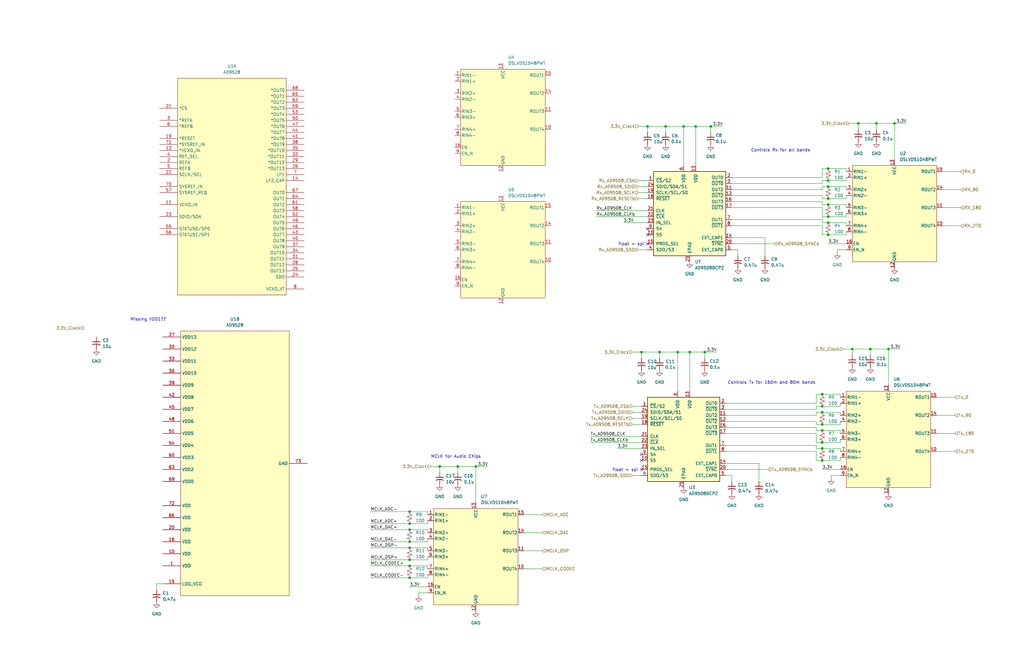
<source format=kicad_sch>
(kicad_sch (version 20250114) (generator "eeschema") (generator_version "9.0")
  (paper "B")
  (title_block (title "Clock Tree") (date "2025-12-31") (rev "0.0") (company "Andy McCann KA3KAF and Doug McCann KA3KAG"))
  (lib_symbols
    (symbol "Device:C_Small_US" (pin_numbers (hide yes)) (pin_names (offset 0.254) (hide yes))
      (property "Reference" "C" (at 0.254 1.778 0))
      (property "Value" "C_Small_US" (at 0.254 -2.032 0))
      (symbol "C_Small_US_0_1"
        (polyline (pts (xy -1.524 0.508) (xy 1.524 0.508)) (stroke (width 0.3048)))
        (arc (start -1.524 -0.762) (mid 0 -0.3734) (end 1.524 -0.762) (stroke (width 0.3048)))
      )
      (symbol "C_Small_US_1_1"
        (pin passive line (at 0 2.54 270) (length 2.032) (name "~") (number "1"))
        (pin passive line (at 0 -2.54 90) (length 2.032) (name "~") (number "2"))
      )
    )
    (symbol "Device:R_Small_US" (pin_numbers (hide yes)) (pin_names (offset 0.254) (hide yes))
      (property "Reference" "R" (at 0.762 0.508 0))
      (property "Value" "R_Small_US" (at 0.762 -1.016 0))
      (symbol "R_Small_US_1_1"
        (polyline (pts (xy 0 1.524) (xy 1.016 1.143) (xy 0 0.762) (xy -1.016 0.381) (xy 0 0)))
        (polyline (pts (xy 0 0) (xy 1.016 -0.381) (xy 0 -0.762) (xy -1.016 -1.143) (xy 0 -1.524)))
        (pin passive line (at 0 2.54 270) (length 1.016) (name "~") (number "1"))
        (pin passive line (at 0 -2.54 90) (length 1.016) (name "~") (number "2"))
      )
    )
    (symbol "nzif_radio_symbol_library:AD9508BCPZ" (pin_names (offset 1.016))
      (property "Reference" "U" (at 0 19.05 0))
      (property "Value" "AD9508BCPZ" (at 0 -19.05 0))
      (symbol "AD9508BCPZ_0_1"
        (rectangle (start -15.24 17.78) (end 15.24 -17.78) (stroke (width 0.254)) (fill (type background)))
      )
      (symbol "AD9508BCPZ_1_1"
        (pin input line (at -17.78 13.97 0) (length 2.54) (name "~{CS}/S2") (number "1"))
        (pin bidirectional line (at -17.78 11.43 0) (length 2.54) (name "SDIO/SDA/S1") (number "24"))
        (pin input line (at -17.78 8.89 0) (length 2.54) (name "SCLK/SCL/S0") (number "19"))
        (pin input line (at -17.78 6.35 0) (length 2.54) (name "~{RESET}") (number "18"))
        (pin input line (at -17.78 1.27 0) (length 2.54) (name "CLK") (number "21"))
        (pin input line (at -17.78 -1.27 0) (length 2.54) (name "~{CLK}") (number "22"))
        (pin input line (at -17.78 -3.81 0) (length 2.54) (name "IN_SEL") (number "23"))
        (pin input line (at -17.78 -6.35 0) (length 2.54) (name "S4") (number "9"))
        (pin input line (at -17.78 -8.89 0) (length 2.54) (name "S5") (number "10"))
        (pin input line (at -17.78 -12.7 0) (length 2.54) (name "PROG_SEL") (number "15"))
        (pin output line (at -17.78 -15.24 0) (length 2.54) (name "SDO/S3") (number "4"))
        (pin power_in line (at -2.54 20.32 270) (length 2.54) (name "VDD") (number "6"))
        (pin passive line (at 0 -20.32 90) (length 2.54) (name "EPAD") (number "25"))
        (pin power_in line (at 2.54 20.32 270) (length 2.54) (name "VDD") (number "13"))
        (pin output line (at 17.78 15.24 180) (length 2.54) (name "OUT0") (number "2"))
        (pin output line (at 17.78 12.7 180) (length 2.54) (name "~{OUT0}") (number "3"))
        (pin output line (at 17.78 10.16 180) (length 2.54) (name "OUT2") (number "11"))
        (pin output line (at 17.78 7.62 180) (length 2.54) (name "~{OUT2}") (number "12"))
        (pin output line (at 17.78 5.08 180) (length 2.54) (name "OUT3") (number "16"))
        (pin output line (at 17.78 2.54 180) (length 2.54) (name "~{OUT3}") (number "17"))
        (pin output line (at 17.78 -2.54 180) (length 2.54) (name "OUT1") (number "7"))
        (pin output line (at 17.78 -5.08 180) (length 2.54) (name "~{OUT1}") (number "8"))
        (pin passive line (at 17.78 -10.16 180) (length 2.54) (name "EXT_CAP1") (number "14"))
        (pin output line (at 17.78 -12.7 180) (length 2.54) (name "~{SYNC}") (number "20"))
        (pin passive line (at 17.78 -15.24 180) (length 2.54) (name "EXT_CAP0") (number "5"))
      )
    )
    (symbol "nzif_radio_symbol_library:AD9528"
      (property "Reference" "U" (at 0 55.88 0))
      (property "Value" "AD9528" (at 0 48.26 0))
      (symbol "AD9528_1_1"
        (rectangle (start -22.86 45.72) (end 22.86 -45.72) (fill (type background)))
        (pin input line (at -30.48 33.02 0) (length 7.62) (name "*CS") (number "21"))
        (pin input line (at -30.48 27.94 0) (length 7.62) (name "*REFA") (number "3"))
        (pin input line (at -30.48 25.4 0) (length 7.62) (name "*REFB") (number "6"))
        (pin input line (at -30.48 20.32 0) (length 7.62) (name "*RESET") (number "19"))
        (pin input line (at -30.48 17.78 0) (length 7.62) (name "*SYSREF_IN") (number "71"))
        (pin input line (at -30.48 15.24 0) (length 7.62) (name "*VCXO_IN") (number "12"))
        (pin input line (at -30.48 12.7 0) (length 7.62) (name "REF_SEL") (number "4"))
        (pin input line (at -30.48 10.16 0) (length 7.62) (name "REFA") (number "2"))
        (pin input line (at -30.48 7.62 0) (length 7.62) (name "REFB") (number "5"))
        (pin input line (at -30.48 5.08 0) (length 7.62) (name "SCLK/SCL") (number "22"))
        (pin input line (at -30.48 0 0) (length 7.62) (name "SYSREF_IN") (number "70"))
        (pin input line (at -30.48 -2.54 0) (length 7.62) (name "SYSREF_REQ") (number "57"))
        (pin input line (at -30.48 -7.62 0) (length 7.62) (name "VCXO_IN") (number "11"))
        (pin bidirectional line (at -30.48 -12.7 0) (length 7.62) (name "SDIO/SDA") (number "23"))
        (pin bidirectional line (at -30.48 -17.78 0) (length 7.62) (name "STATUS0/SP0") (number "55"))
        (pin bidirectional line (at -30.48 -20.32 0) (length 7.62) (name "STATUS1/SP1") (number "56"))
        (pin output line (at 30.48 40.64 180) (length 7.62) (name "*OUT0") (number "68"))
        (pin output line (at 30.48 38.1 180) (length 7.62) (name "*OUT1") (number "65"))
        (pin output line (at 30.48 35.56 180) (length 7.62) (name "*OUT2") (number "62"))
        (pin output line (at 30.48 33.02 180) (length 7.62) (name "*OUT3") (number "59"))
        (pin output line (at 30.48 30.48 180) (length 7.62) (name "*OUT4") (number "53"))
        (pin output line (at 30.48 27.94 180) (length 7.62) (name "*OUT5") (number "50"))
        (pin output line (at 30.48 25.4 180) (length 7.62) (name "*OUT6") (number "47"))
        (pin output line (at 30.48 22.86 180) (length 7.62) (name "*OUT7") (number "44"))
        (pin output line (at 30.48 20.32 180) (length 7.62) (name "*OUT8") (number "41"))
        (pin output line (at 30.48 17.78 180) (length 7.62) (name "*OUT9") (number "38"))
        (pin output line (at 30.48 15.24 180) (length 7.62) (name "*OUT10") (number "35"))
        (pin output line (at 30.48 12.7 180) (length 7.62) (name "*OUT11") (number "32"))
        (pin output line (at 30.48 10.16 180) (length 7.62) (name "*OUT12") (number "29"))
        (pin output line (at 30.48 7.62 180) (length 7.62) (name "*OUT13") (number "26"))
        (pin output line (at 30.48 5.08 180) (length 7.62) (name "LF1") (number "7"))
        (pin output line (at 30.48 2.54 180) (length 7.62) (name "LF2_CAP") (number "14"))
        (pin output line (at 30.48 -2.54 180) (length 7.62) (name "OUT0") (number "67"))
        (pin output line (at 30.48 -5.08 180) (length 7.62) (name "OUT1") (number "64"))
        (pin output line (at 30.48 -7.62 180) (length 7.62) (name "OUT2") (number "61"))
        (pin output line (at 30.48 -10.16 180) (length 7.62) (name "OUT3") (number "58"))
        (pin output line (at 30.48 -12.7 180) (length 7.62) (name "OUT4") (number "52"))
        (pin output line (at 30.48 -15.24 180) (length 7.62) (name "OUT5") (number "49"))
        (pin output line (at 30.48 -17.78 180) (length 7.62) (name "OUT6") (number "46"))
        (pin output line (at 30.48 -20.32 180) (length 7.62) (name "OUT7") (number "43"))
        (pin output line (at 30.48 -22.86 180) (length 7.62) (name "OUT8") (number "40"))
        (pin output line (at 30.48 -25.4 180) (length 7.62) (name "OUT9") (number "37"))
        (pin output line (at 30.48 -27.94 180) (length 7.62) (name "OUT10") (number "34"))
        (pin output line (at 30.48 -30.48 180) (length 7.62) (name "OUT11") (number "31"))
        (pin output line (at 30.48 -33.02 180) (length 7.62) (name "OUT12") (number "28"))
        (pin output line (at 30.48 -35.56 180) (length 7.62) (name "OUT13") (number "25"))
        (pin output line (at 30.48 -38.1 180) (length 7.62) (name "SDO") (number "24"))
        (pin output line (at 30.48 -43.18 180) (length 7.62) (name "VCXO_VT") (number "8"))
      )
      (symbol "AD9528_2_1"
        (rectangle (start -55.88 22.86) (end 55.88 -22.86) (fill (type background)))
        (pin no_connect line (at -63.5 2.54 0) (length 7.62) (hide yes) (name "NIC") (number "9"))
        (pin no_connect line (at -63.5 0 0) (length 7.62) (hide yes) (name "NIC") (number "13"))
        (pin no_connect line (at -63.5 -2.54 0) (length 7.62) (hide yes) (name "NIC") (number "17"))
        (pin no_connect line (at -63.5 -5.08 0) (length 7.62) (hide yes) (name "NIC") (number "18"))
        (pin power_in line (at -50.8 30.48 270) (length 7.62) (name "LDO_VCO") (number "15"))
        (pin power_in line (at -43.18 30.48 270) (length 7.62) (name "VDD") (number "1"))
        (pin power_in line (at -38.1 30.48 270) (length 7.62) (name "VDD") (number "10"))
        (pin power_in line (at -33.02 30.48 270) (length 7.62) (name "VDD") (number "16"))
        (pin power_in line (at -27.94 30.48 270) (length 7.62) (name "VDD") (number "20"))
        (pin power_in line (at -22.86 30.48 270) (length 7.62) (name "VDD") (number "66"))
        (pin power_in line (at -17.78 30.48 270) (length 7.62) (name "VDD") (number "72"))
        (pin power_in line (at -7.62 30.48 270) (length 7.62) (name "VDD0") (number "69"))
        (pin power_in line (at -2.54 30.48 270) (length 7.62) (name "VDD2") (number "63"))
        (pin power_out line (at 0 -30.48 90) (length 7.62) (name "GND") (number "73"))
        (pin power_in line (at 2.54 30.48 270) (length 7.62) (name "VDD3") (number "60"))
        (pin power_in line (at 7.62 30.48 270) (length 7.62) (name "VDD4") (number "54"))
        (pin power_in line (at 12.7 30.48 270) (length 7.62) (name "VDD5") (number "51"))
        (pin power_in line (at 17.78 30.48 270) (length 7.62) (name "VDD6") (number "48"))
        (pin power_in line (at 22.86 30.48 270) (length 7.62) (name "VDD7") (number "45"))
        (pin power_in line (at 27.94 30.48 270) (length 7.62) (name "VDD8") (number "42"))
        (pin power_in line (at 33.02 30.48 270) (length 7.62) (name "VDD9") (number "39"))
        (pin power_in line (at 38.1 30.48 270) (length 7.62) (name "VDD10") (number "36"))
        (pin power_in line (at 43.18 30.48 270) (length 7.62) (name "VDD11") (number "33"))
        (pin power_in line (at 48.26 30.48 270) (length 7.62) (name "VDD12") (number "30"))
        (pin power_in line (at 53.34 30.48 270) (length 7.62) (name "VDD13") (number "27"))
      )
    )
    (symbol "nzif_radio_symbol_library:DSLVDS1048PWT" (pin_names (offset 0.254))
      (property "Reference" "U" (at 0 22.86 0))
      (property "Value" "DSLVDS1048PWT" (at 0 -22.86 0))
      (symbol "DSLVDS1048PWT_1_1"
        (rectangle (start -17.78 20.32) (end 17.78 -20.32) (fill (type background)))
        (pin input line (at -20.32 17.78 0) (length 2.54) (name "RIN1-") (number "1"))
        (pin input line (at -20.32 15.24 0) (length 2.54) (name "RIN1+") (number "2"))
        (pin input line (at -20.32 10.16 0) (length 2.54) (name "RIN2+") (number "3"))
        (pin input line (at -20.32 7.62 0) (length 2.54) (name "RIN2-") (number "4"))
        (pin input line (at -20.32 2.54 0) (length 2.54) (name "RIN3-") (number "5"))
        (pin input line (at -20.32 0 0) (length 2.54) (name "RIN3+") (number "6"))
        (pin input line (at -20.32 -5.08 0) (length 2.54) (name "RIN4+") (number "7"))
        (pin input line (at -20.32 -7.62 0) (length 2.54) (name "RIN4-") (number "8"))
        (pin input line (at -20.32 -12.7 0) (length 2.54) (name "EN") (number "16"))
        (pin input line (at -20.32 -15.24 0) (length 2.54) (name "EN_N") (number "9"))
        (pin power_in line (at 0 22.86 270) (length 2.54) (name "VCC") (number "13"))
        (pin power_in line (at 0 -22.86 90) (length 2.54) (name "GND") (number "12"))
        (pin output line (at 20.32 17.78 180) (length 2.54) (name "ROUT1") (number "15"))
        (pin output line (at 20.32 10.16 180) (length 2.54) (name "ROUT2") (number "14"))
        (pin output line (at 20.32 2.54 180) (length 2.54) (name "ROUT3") (number "11"))
        (pin output line (at 20.32 -5.08 180) (length 2.54) (name "ROUT4") (number "10"))
      )
    )
    (symbol "power:GND" (power) (pin_numbers (hide yes)) (pin_names (offset 0) (hide yes))
      (property "Value" "GND" (at 0 -3.81 0))
      (symbol "GND_0_1"
        (polyline (pts (xy 0 0) (xy 0 -1.27) (xy 1.27 -1.27) (xy 0 -2.54) (xy -1.27 -1.27) (xy 0 -1.27)))
      )
      (symbol "GND_1_1"
        (pin power_in line (at 0 0 270) (length 0) (name "~") (number "1"))
      )
    )
  )
  (text "MCLK for Audio Chips" (at 192.278 192.786 0) (effects (font (size 1.27 1.27))))
  (text "Controls Rx for all bands" (at 329.184 63.5 0) (effects (font (size 1.27 1.27))))
  (text "float = spi" (at 263.652 198.374 0) (effects (font (size 1.27 1.27))))
  (text "Missing VDD1??" (at 62.484 134.874 0) (effects (font (size 1.27 1.27))))
  (text "float = spi" (at 266.192 103.124 0) (effects (font (size 1.27 1.27))))
  (text "Controls Tx for 160m and 80m bands" (at 325.374 161.544 0) (effects (font (size 1.27 1.27))))
  (junction (at 349.25 78.74))
  (junction (at 273.05 53.34))
  (junction (at 172.72 228.6))
  (junction (at 172.72 238.76))
  (junction (at 346.71 173.99))
  (junction (at 367.03 147.32))
  (junction (at 346.71 179.07))
  (junction (at 293.37 53.34))
  (junction (at 349.25 93.98))
  (junction (at 193.04 196.85))
  (junction (at 346.71 171.45))
  (junction (at 172.72 215.9))
  (junction (at 200.66 196.85))
  (junction (at 349.25 83.82))
  (junction (at 346.71 166.37))
  (junction (at 280.67 53.34))
  (junction (at 288.29 53.34))
  (junction (at 349.25 71.12))
  (junction (at 346.71 189.23))
  (junction (at 349.25 99.06))
  (junction (at 369.57 52.07))
  (junction (at 278.13 148.59))
  (junction (at 346.71 194.31))
  (junction (at 270.51 148.59))
  (junction (at 172.72 220.98))
  (junction (at 349.25 91.44))
  (junction (at 374.65 147.32))
  (junction (at 172.72 223.52))
  (junction (at 349.25 76.2))
  (junction (at 290.83 148.59))
  (junction (at 299.72 53.34))
  (junction (at 346.71 186.69))
  (junction (at 349.25 86.36))
  (junction (at 172.72 231.14))
  (junction (at 172.72 243.84))
  (junction (at 359.41 147.32))
  (junction (at 285.75 148.59))
  (junction (at 346.71 181.61))
  (junction (at 377.19 52.07))
  (junction (at 185.42 196.85))
  (junction (at 361.95 52.07))
  (junction (at 172.72 236.22))
  (junction (at 297.18 148.59))
  (no_connect (at 273.05 102.87))
  (no_connect (at 273.05 96.52))
  (no_connect (at 270.51 194.31))
  (no_connect (at 270.51 198.12))
  (no_connect (at 273.05 99.06))
  (no_connect (at 270.51 191.77))
  (wire (pts (xy 156.21 231.14) (xy 172.72 231.14)))
  (wire (pts (xy 308.61 95.25) (xy 346.71 95.25)))
  (wire (pts (xy 306.07 182.88) (xy 344.17 182.88)))
  (wire (pts (xy 220.98 240.03) (xy 228.6 240.03)))
  (wire (pts (xy 344.17 190.5) (xy 344.17 194.31)))
  (wire (pts (xy 156.21 223.52) (xy 172.72 223.52)))
  (wire (pts (xy 180.34 228.6) (xy 180.34 227.33)))
  (wire (pts (xy 346.71 78.74) (xy 349.25 78.74)))
  (wire (pts (xy 266.7 179.07) (xy 270.51 179.07)))
  (wire (pts (xy 269.24 83.82) (xy 273.05 83.82)))
  (wire (pts (xy 297.18 148.59) (xy 302.26 148.59)))
  (wire (pts (xy 349.25 71.12) (xy 356.87 71.12)))
  (wire (pts (xy 156.21 228.6) (xy 172.72 228.6)))
  (wire (pts (xy 369.57 52.07) (xy 377.19 52.07)))
  (wire (pts (xy 270.51 148.59) (xy 278.13 148.59)))
  (wire (pts (xy 181.61 196.85) (xy 185.42 196.85)))
  (wire (pts (xy 397.51 95.25) (xy 405.13 95.25)))
  (wire (pts (xy 180.34 243.84) (xy 180.34 242.57)))
  (wire (pts (xy 356.87 71.12) (xy 356.87 72.39)))
  (wire (pts (xy 354.33 179.07) (xy 354.33 177.8)))
  (wire (pts (xy 269.24 78.74) (xy 273.05 78.74)))
  (wire (pts (xy 377.19 52.07) (xy 382.27 52.07)))
  (wire (pts (xy 346.71 181.61) (xy 354.33 181.61)))
  (wire (pts (xy 346.71 99.06) (xy 349.25 99.06)))
  (wire (pts (xy 359.41 147.32) (xy 367.03 147.32)))
  (wire (pts (xy 394.97 190.5) (xy 402.59 190.5)))
  (wire (pts (xy 344.17 182.88) (xy 344.17 186.69)))
  (wire (pts (xy 280.67 53.34) (xy 288.29 53.34)))
  (wire (pts (xy 248.92 186.69) (xy 270.51 186.69)))
  (wire (pts (xy 185.42 196.85) (xy 185.42 199.39)))
  (wire (pts (xy 285.75 148.59) (xy 285.75 165.1)))
  (wire (pts (xy 353.06 105.41) (xy 353.06 106.68)))
  (wire (pts (xy 356.87 76.2) (xy 356.87 74.93)))
  (wire (pts (xy 185.42 196.85) (xy 193.04 196.85)))
  (wire (pts (xy 269.24 105.41) (xy 273.05 105.41)))
  (wire (pts (xy 346.71 95.25) (xy 346.71 99.06)))
  (wire (pts (xy 394.97 175.26) (xy 402.59 175.26)))
  (wire (pts (xy 344.17 170.18) (xy 344.17 166.37)))
  (wire (pts (xy 306.07 195.58) (xy 320.04 195.58)))
  (wire (pts (xy 308.61 102.87) (xy 326.39 102.87)))
  (wire (pts (xy 68.58 246.38) (xy 66.04 246.38)))
  (wire (pts (xy 349.25 102.87) (xy 356.87 102.87)))
  (wire (pts (xy 306.07 190.5) (xy 344.17 190.5)))
  (wire (pts (xy 260.35 189.23) (xy 270.51 189.23)))
  (wire (pts (xy 346.71 179.07) (xy 354.33 179.07)))
  (wire (pts (xy 397.51 87.63) (xy 405.13 87.63)))
  (wire (pts (xy 346.71 93.98) (xy 349.25 93.98)))
  (wire (pts (xy 306.07 172.72) (xy 344.17 172.72)))
  (wire (pts (xy 356.87 105.41) (xy 353.06 105.41)))
  (wire (pts (xy 344.17 189.23) (xy 346.71 189.23)))
  (wire (pts (xy 367.03 147.32) (xy 374.65 147.32)))
  (wire (pts (xy 354.33 173.99) (xy 354.33 175.26)))
  (wire (pts (xy 266.7 171.45) (xy 270.51 171.45)))
  (wire (pts (xy 156.21 220.98) (xy 172.72 220.98)))
  (wire (pts (xy 308.61 74.93) (xy 346.71 74.93)))
  (wire (pts (xy 269.24 53.34) (xy 273.05 53.34)))
  (wire (pts (xy 172.72 247.65) (xy 180.34 247.65)))
  (wire (pts (xy 344.17 186.69) (xy 346.71 186.69)))
  (wire (pts (xy 297.18 148.59) (xy 297.18 151.13)))
  (wire (pts (xy 251.46 91.44) (xy 273.05 91.44)))
  (wire (pts (xy 66.04 246.38) (xy 66.04 248.92)))
  (wire (pts (xy 308.61 92.71) (xy 346.71 92.71)))
  (wire (pts (xy 349.25 86.36) (xy 356.87 86.36)))
  (wire (pts (xy 354.33 171.45) (xy 354.33 170.18)))
  (wire (pts (xy 344.17 166.37) (xy 346.71 166.37)))
  (wire (pts (xy 248.92 184.15) (xy 270.51 184.15)))
  (wire (pts (xy 355.6 147.32) (xy 359.41 147.32)))
  (wire (pts (xy 346.71 86.36) (xy 349.25 86.36)))
  (wire (pts (xy 306.07 198.12) (xy 323.85 198.12)))
  (wire (pts (xy 266.7 176.53) (xy 270.51 176.53)))
  (wire (pts (xy 354.33 181.61) (xy 354.33 182.88)))
  (wire (pts (xy 344.17 194.31) (xy 346.71 194.31)))
  (wire (pts (xy 359.41 147.32) (xy 359.41 149.86)))
  (wire (pts (xy 346.71 189.23) (xy 354.33 189.23)))
  (wire (pts (xy 374.65 147.32) (xy 379.73 147.32)))
  (wire (pts (xy 346.71 74.93) (xy 346.71 71.12)))
  (wire (pts (xy 361.95 52.07) (xy 361.95 54.61)))
  (wire (pts (xy 346.71 77.47) (xy 346.71 76.2)))
  (wire (pts (xy 344.17 187.96) (xy 344.17 189.23)))
  (wire (pts (xy 344.17 177.8) (xy 344.17 179.07)))
  (wire (pts (xy 349.25 93.98) (xy 356.87 93.98)))
  (wire (pts (xy 299.72 53.34) (xy 304.8 53.34)))
  (wire (pts (xy 397.51 72.39) (xy 405.13 72.39)))
  (wire (pts (xy 293.37 53.34) (xy 293.37 69.85)))
  (wire (pts (xy 290.83 148.59) (xy 290.83 165.1)))
  (wire (pts (xy 377.19 52.07) (xy 377.19 67.31)))
  (wire (pts (xy 306.07 180.34) (xy 344.17 180.34)))
  (wire (pts (xy 251.46 88.9) (xy 273.05 88.9)))
  (wire (pts (xy 180.34 238.76) (xy 180.34 240.03)))
  (wire (pts (xy 288.29 53.34) (xy 288.29 69.85)))
  (wire (pts (xy 306.07 177.8) (xy 344.17 177.8)))
  (wire (pts (xy 308.61 105.41) (xy 311.15 105.41)))
  (wire (pts (xy 349.25 76.2) (xy 356.87 76.2)))
  (wire (pts (xy 349.25 78.74) (xy 356.87 78.74)))
  (wire (pts (xy 346.71 92.71) (xy 346.71 93.98)))
  (wire (pts (xy 220.98 217.17) (xy 228.6 217.17)))
  (wire (pts (xy 344.17 179.07) (xy 346.71 179.07)))
  (wire (pts (xy 308.61 77.47) (xy 346.71 77.47)))
  (wire (pts (xy 266.7 148.59) (xy 270.51 148.59)))
  (wire (pts (xy 354.33 194.31) (xy 354.33 193.04)))
  (wire (pts (xy 344.17 175.26) (xy 344.17 173.99)))
  (wire (pts (xy 308.61 80.01) (xy 346.71 80.01)))
  (wire (pts (xy 394.97 167.64) (xy 402.59 167.64)))
  (wire (pts (xy 156.21 215.9) (xy 172.72 215.9)))
  (wire (pts (xy 346.71 71.12) (xy 349.25 71.12)))
  (wire (pts (xy 346.71 76.2) (xy 349.25 76.2)))
  (wire (pts (xy 200.66 196.85) (xy 205.74 196.85)))
  (wire (pts (xy 344.17 181.61) (xy 346.71 181.61)))
  (wire (pts (xy 374.65 147.32) (xy 374.65 162.56)))
  (wire (pts (xy 306.07 170.18) (xy 344.17 170.18)))
  (wire (pts (xy 354.33 200.66) (xy 350.52 200.66)))
  (wire (pts (xy 361.95 52.07) (xy 369.57 52.07)))
  (wire (pts (xy 156.21 243.84) (xy 172.72 243.84)))
  (wire (pts (xy 193.04 196.85) (xy 193.04 199.39)))
  (wire (pts (xy 280.67 53.34) (xy 280.67 55.88)))
  (wire (pts (xy 346.71 83.82) (xy 349.25 83.82)))
  (wire (pts (xy 356.87 99.06) (xy 356.87 97.79)))
  (wire (pts (xy 346.71 171.45) (xy 354.33 171.45)))
  (wire (pts (xy 180.34 236.22) (xy 180.34 234.95)))
  (wire (pts (xy 394.97 182.88) (xy 402.59 182.88)))
  (wire (pts (xy 346.71 173.99) (xy 354.33 173.99)))
  (wire (pts (xy 306.07 187.96) (xy 344.17 187.96)))
  (wire (pts (xy 172.72 220.98) (xy 180.34 220.98)))
  (wire (pts (xy 311.15 105.41) (xy 311.15 107.95)))
  (wire (pts (xy 308.61 200.66) (xy 308.61 203.2)))
  (wire (pts (xy 176.53 250.19) (xy 176.53 251.46)))
  (wire (pts (xy 273.05 53.34) (xy 273.05 55.88)))
  (wire (pts (xy 356.87 93.98) (xy 356.87 95.25)))
  (wire (pts (xy 172.72 236.22) (xy 180.34 236.22)))
  (wire (pts (xy 156.21 238.76) (xy 172.72 238.76)))
  (wire (pts (xy 356.87 78.74) (xy 356.87 80.01)))
  (wire (pts (xy 180.34 220.98) (xy 180.34 219.71)))
  (wire (pts (xy 354.33 166.37) (xy 354.33 167.64)))
  (wire (pts (xy 356.87 91.44) (xy 356.87 90.17)))
  (wire (pts (xy 346.71 186.69) (xy 354.33 186.69)))
  (wire (pts (xy 344.17 172.72) (xy 344.17 171.45)))
  (wire (pts (xy 344.17 171.45) (xy 346.71 171.45)))
  (wire (pts (xy 172.72 238.76) (xy 180.34 238.76)))
  (wire (pts (xy 172.72 243.84) (xy 180.34 243.84)))
  (wire (pts (xy 293.37 53.34) (xy 299.72 53.34)))
  (wire (pts (xy 308.61 82.55) (xy 346.71 82.55)))
  (wire (pts (xy 180.34 223.52) (xy 180.34 224.79)))
  (wire (pts (xy 346.71 85.09) (xy 346.71 86.36)))
  (wire (pts (xy 273.05 53.34) (xy 280.67 53.34)))
  (wire (pts (xy 172.72 228.6) (xy 180.34 228.6)))
  (wire (pts (xy 306.07 200.66) (xy 308.61 200.66)))
  (wire (pts (xy 308.61 87.63) (xy 346.71 87.63)))
  (wire (pts (xy 346.71 91.44) (xy 349.25 91.44)))
  (wire (pts (xy 346.71 87.63) (xy 346.71 91.44)))
  (wire (pts (xy 344.17 173.99) (xy 346.71 173.99)))
  (wire (pts (xy 180.34 215.9) (xy 180.34 217.17)))
  (wire (pts (xy 349.25 99.06) (xy 356.87 99.06)))
  (wire (pts (xy 266.7 200.66) (xy 270.51 200.66)))
  (wire (pts (xy 356.87 83.82) (xy 356.87 82.55)))
  (wire (pts (xy 290.83 148.59) (xy 297.18 148.59)))
  (wire (pts (xy 346.71 80.01) (xy 346.71 78.74)))
  (wire (pts (xy 367.03 147.32) (xy 367.03 149.86)))
  (wire (pts (xy 172.72 223.52) (xy 180.34 223.52)))
  (wire (pts (xy 320.04 195.58) (xy 320.04 203.2)))
  (wire (pts (xy 346.71 82.55) (xy 346.71 83.82)))
  (wire (pts (xy 349.25 91.44) (xy 356.87 91.44)))
  (wire (pts (xy 350.52 200.66) (xy 350.52 201.93)))
  (wire (pts (xy 220.98 232.41) (xy 228.6 232.41)))
  (wire (pts (xy 346.71 198.12) (xy 354.33 198.12)))
  (wire (pts (xy 346.71 166.37) (xy 354.33 166.37)))
  (wire (pts (xy 308.61 100.33) (xy 322.58 100.33)))
  (wire (pts (xy 172.72 215.9) (xy 180.34 215.9)))
  (wire (pts (xy 266.7 173.99) (xy 270.51 173.99)))
  (wire (pts (xy 354.33 186.69) (xy 354.33 185.42)))
  (wire (pts (xy 262.89 93.98) (xy 273.05 93.98)))
  (wire (pts (xy 200.66 196.85) (xy 200.66 212.09)))
  (wire (pts (xy 180.34 231.14) (xy 180.34 232.41)))
  (wire (pts (xy 308.61 85.09) (xy 346.71 85.09)))
  (wire (pts (xy 356.87 86.36) (xy 356.87 87.63)))
  (wire (pts (xy 344.17 180.34) (xy 344.17 181.61)))
  (wire (pts (xy 285.75 148.59) (xy 290.83 148.59)))
  (wire (pts (xy 180.34 250.19) (xy 176.53 250.19)))
  (wire (pts (xy 278.13 148.59) (xy 278.13 151.13)))
  (wire (pts (xy 193.04 196.85) (xy 200.66 196.85)))
  (wire (pts (xy 322.58 100.33) (xy 322.58 107.95)))
  (wire (pts (xy 220.98 224.79) (xy 228.6 224.79)))
  (wire (pts (xy 369.57 52.07) (xy 369.57 54.61)))
  (wire (pts (xy 278.13 148.59) (xy 285.75 148.59)))
  (wire (pts (xy 358.14 52.07) (xy 361.95 52.07)))
  (wire (pts (xy 397.51 80.01) (xy 405.13 80.01)))
  (wire (pts (xy 288.29 53.34) (xy 293.37 53.34)))
  (wire (pts (xy 156.21 236.22) (xy 172.72 236.22)))
  (wire (pts (xy 349.25 83.82) (xy 356.87 83.82)))
  (wire (pts (xy 299.72 53.34) (xy 299.72 55.88)))
  (wire (pts (xy 269.24 76.2) (xy 273.05 76.2)))
  (wire (pts (xy 270.51 148.59) (xy 270.51 151.13)))
  (wire (pts (xy 354.33 189.23) (xy 354.33 190.5)))
  (wire (pts (xy 269.24 81.28) (xy 273.05 81.28)))
  (wire (pts (xy 346.71 194.31) (xy 354.33 194.31)))
  (wire (pts (xy 306.07 175.26) (xy 344.17 175.26)))
  (wire (pts (xy 172.72 231.14) (xy 180.34 231.14)))
  (label "MCLK_DSP+" (at 156.21 236.22 0))
  (label "MCLK_DAC+" (at 156.21 223.52 0))
  (label "MCLK_DSP-" (at 156.21 231.14 0))
  (label "3.3V" (at 302.26 148.59 180))
  (label "3.3V" (at 349.25 102.87 0))
  (label "Tx_AD9508_CLKb" (at 248.92 186.69 0))
  (label "Tx_AD9508_CLK" (at 248.92 184.15 0))
  (label "Rx_AD9508_CLKb" (at 251.46 91.44 0))
  (label "MCLK_CODEC+" (at 156.21 238.76 0))
  (label "3.3V" (at 205.74 196.85 180))
  (label "Rx_AD9508_CLK" (at 251.46 88.9 0))
  (label "3.3V" (at 172.72 247.65 0))
  (label "3.3V" (at 262.89 93.98 0))
  (label "3.3V" (at 304.8 53.34 180))
  (label "3.3V" (at 379.73 147.32 180))
  (label "3.3V" (at 346.71 198.12 0))
  (label "MCLK_ADC-" (at 156.21 215.9 0))
  (label "MCLK_CODEC-" (at 156.21 243.84 0))
  (label "MCLK_ADC+" (at 156.21 220.98 0))
  (label "3.3V" (at 382.27 52.07 180))
  (label "MCLK_DAC-" (at 156.21 228.6 0))
  (label "3.3V" (at 260.35 189.23 0))
  (hierarchical_label "3.3V_Clock" (shape input) (at 35.56 138.43 180))
  (hierarchical_label "3.3V_Clock" (shape input) (at 355.6 147.32 180))
  (hierarchical_label "Rx_AD9508_SDIO" (shape input) (at 269.24 78.74 180))
  (hierarchical_label "Rx_AD9508_SCLK" (shape input) (at 269.24 81.28 180))
  (hierarchical_label "Rx_AD9508_RESETb" (shape input) (at 269.24 83.82 180))
  (hierarchical_label "RX_0" (shape input) (at 405.13 72.39 0))
  (hierarchical_label "Tx_AD9508_SYNCb" (shape input) (at 323.85 198.12 0))
  (hierarchical_label "RX_270" (shape input) (at 405.13 95.25 0))
  (hierarchical_label "Rx_AD9508_SYNCb" (shape input) (at 326.39 102.87 0))
  (hierarchical_label "Rx_AD9508_CSb" (shape input) (at 269.24 76.2 180))
  (hierarchical_label "MCLK_DAC" (shape input) (at 228.6 224.79 0))
  (hierarchical_label "3.3V_Clock" (shape input) (at 181.61 196.85 180))
  (hierarchical_label "MCLK_DSP" (shape input) (at 228.6 232.41 0))
  (hierarchical_label "3.3V_Clock" (shape input) (at 269.24 53.34 180))
  (hierarchical_label "Rx_AD9508_SDO" (shape input) (at 269.24 105.41 180))
  (hierarchical_label "MCLK_CODEC" (shape input) (at 228.6 240.03 0))
  (hierarchical_label "RX_180" (shape input) (at 405.13 87.63 0))
  (hierarchical_label "RX_90" (shape input) (at 405.13 80.01 0))
  (hierarchical_label "Tx_AD9508_CSb" (shape input) (at 266.7 171.45 180))
  (hierarchical_label "Tx_AD9508_SCLK" (shape input) (at 266.7 176.53 180))
  (hierarchical_label "Tx_270" (shape input) (at 402.59 190.5 0))
  (hierarchical_label "MCLK_ADC" (shape input) (at 228.6 217.17 0))
  (hierarchical_label "3.3V_Clock" (shape input) (at 358.14 52.07 180))
  (hierarchical_label "Tx_180" (shape input) (at 402.59 182.88 0))
  (hierarchical_label "3.3V_Clock" (shape input) (at 266.7 148.59 180))
  (hierarchical_label "Tx_90" (shape input) (at 402.59 175.26 0))
  (hierarchical_label "Tx_AD9508_SDIO" (shape input) (at 266.7 173.99 180))
  (hierarchical_label "Tx_0" (shape input) (at 402.59 167.64 0))
  (hierarchical_label "Tx_AD9508_SDO" (shape input) (at 266.7 200.66 180))
  (hierarchical_label "Tx_AD9508_RESETb" (shape input) (at 266.7 179.07 180))
  (symbol (lib_id "Device:C_Small_US") (at 273.05 58.42 0) (unit 1)
    (property "Reference" "C5" (at 275.59 57.2769 0) (effects (justify left)))
    (property "Value" "10u" (at 275.59 59.8169 0) (effects (justify left)))
    (property "Footprint" "Capacitor_SMD:C_0603_1608Metric_Pad1.08x0.95mm_HandSolder" (effects (hide yes)))
    (property "Description" "capacitor, small US symbol" (effects (hide yes)))
  )
  (symbol (lib_id "power:GND") (at 290.83 110.49 0) (unit 1)
    (property "Reference" "#PWR011" (effects (hide yes)))
    (property "Value" "GND" (at 290.83 115.57 0))
    (property "Description" "Power symbol creates a global label with name \"GND\" , ground" (effects (hide yes)))
  )
  (symbol (lib_id "Device:R_Small_US") (at 172.72 233.68 180) (unit 1)
    (property "Reference" "R11" (at 175.26 232.4099 0) (effects (justify right)))
    (property "Value" "100" (at 175.26 234.9499 0) (effects (justify right)))
    (property "Footprint" "Resistor_SMD:R_0603_1608Metric_Pad0.98x0.95mm_HandSolder" (effects (hide yes)))
    (property "Description" "Resistor, small US symbol" (effects (hide yes)))
  )
  (symbol (lib_id "Device:R_Small_US") (at 346.71 168.91 180) (unit 1)
    (property "Reference" "R5" (at 349.25 167.6399 0) (effects (justify right)))
    (property "Value" "100" (at 349.25 170.1799 0) (effects (justify right)))
    (property "Footprint" "Resistor_SMD:R_0603_1608Metric_Pad0.98x0.95mm_HandSolder" (effects (hide yes)))
    (property "Description" "Resistor, small US symbol" (effects (hide yes)))
  )
  (symbol (lib_id "Device:C_Small_US") (at 299.72 58.42 0) (unit 1)
    (property "Reference" "C8" (at 301.752 57.15 0) (effects (justify left)))
    (property "Value" "0.1u" (at 301.752 59.69 0) (effects (justify left)))
    (property "Footprint" "Capacitor_SMD:C_0603_1608Metric_Pad1.08x0.95mm_HandSolder" (effects (hide yes)))
    (property "Description" "capacitor, small US symbol" (effects (hide yes)))
  )
  (symbol (lib_id "power:GND") (at 185.42 204.47 0) (unit 1)
    (property "Reference" "#PWR024" (effects (hide yes)))
    (property "Value" "GND" (at 185.42 209.55 0))
    (property "Description" "Power symbol creates a global label with name \"GND\" , ground" (effects (hide yes)))
  )
  (symbol (lib_id "Device:C_Small_US") (at 359.41 152.4 0) (unit 1)
    (property "Reference" "C15" (at 361.95 151.2569 0) (effects (justify left)))
    (property "Value" "10u" (at 361.95 153.7969 0) (effects (justify left)))
    (property "Footprint" "Capacitor_SMD:C_0603_1608Metric_Pad1.08x0.95mm_HandSolder" (effects (hide yes)))
    (property "Description" "capacitor, small US symbol" (effects (hide yes)))
  )
  (symbol (lib_id "power:GND") (at 353.06 106.68 0) (unit 1)
    (property "Reference" "#PWR05" (effects (hide yes)))
    (property "Value" "GND" (at 353.06 111.76 0))
    (property "Description" "Power symbol creates a global label with name \"GND\" , ground" (effects (hide yes)))
  )
  (symbol (lib_id "power:GND") (at 374.65 208.28 0) (unit 1)
    (property "Reference" "#PWR022" (effects (hide yes)))
    (property "Value" "GND" (at 374.65 213.36 0))
    (property "Description" "Power symbol creates a global label with name \"GND\" , ground" (effects (hide yes)))
  )
  (symbol (lib_id "power:GND") (at 270.51 156.21 0) (unit 1)
    (property "Reference" "#PWR013" (effects (hide yes)))
    (property "Value" "GND" (at 270.51 161.29 0))
    (property "Description" "Power symbol creates a global label with name \"GND\" , ground" (effects (hide yes)))
  )
  (symbol (lib_id "power:GND") (at 278.13 156.21 0) (unit 1)
    (property "Reference" "#PWR014" (effects (hide yes)))
    (property "Value" "GND" (at 278.13 161.29 0))
    (property "Description" "Power symbol creates a global label with name \"GND\" , ground" (effects (hide yes)))
  )
  (symbol (lib_id "nzif_radio_symbol_library:AD9508BCPZ") (at 290.83 90.17 0) (unit 1)
    (property "Reference" "U?" (at 292.9733 110.49 0) (effects (justify left)))
    (property "Value" "AD9508BCPZ" (at 292.9733 113.03 0) (effects (justify left)))
    (property "Footprint" "CP_24_7_ADI" (effects (hide yes)))
    (property "Datasheet" "https://www.analog.com/media/en/technical-documentation/data-sheets/AD9508.pdf" (effects (hide yes)))
    (property "Description" "4-Channel Clock Fanout Buffer with Dividers, LFCSP-24" (effects (hide yes)))
  )
  (symbol (lib_id "Device:R_Small_US") (at 349.25 96.52 180) (unit 1)
    (property "Reference" "R4" (at 351.79 95.2499 0) (effects (justify right)))
    (property "Value" "100" (at 351.79 97.7899 0) (effects (justify right)))
    (property "Footprint" "Resistor_SMD:R_0603_1608Metric_Pad0.98x0.95mm_HandSolder" (effects (hide yes)))
    (property "Description" "Resistor, small US symbol" (effects (hide yes)))
  )
  (symbol (lib_id "Device:R_Small_US") (at 346.71 191.77 180) (unit 1)
    (property "Reference" "R8" (at 349.25 190.4999 0) (effects (justify right)))
    (property "Value" "100" (at 349.25 193.0399 0) (effects (justify right)))
    (property "Footprint" "Resistor_SMD:R_0603_1608Metric_Pad0.98x0.95mm_HandSolder" (effects (hide yes)))
    (property "Description" "Resistor, small US symbol" (effects (hide yes)))
  )
  (symbol (lib_id "power:GND") (at 361.95 59.69 0) (unit 1)
    (property "Reference" "#PWR03" (effects (hide yes)))
    (property "Value" "GND" (at 361.95 64.77 0))
    (property "Description" "Power symbol creates a global label with name \"GND\" , ground" (effects (hide yes)))
  )
  (symbol (lib_id "Device:C_Small_US") (at 311.15 110.49 0) (unit 1)
    (property "Reference" "C7" (at 313.69 109.3469 0) (effects (justify left)))
    (property "Value" "0.47u" (at 313.69 111.8869 0) (effects (justify left)))
    (property "Footprint" "Capacitor_SMD:C_0603_1608Metric_Pad1.08x0.95mm_HandSolder" (effects (hide yes)))
    (property "Description" "capacitor, small US symbol" (effects (hide yes)))
  )
  (symbol (lib_id "Device:C_Small_US") (at 185.42 201.93 0) (unit 1)
    (property "Reference" "C17" (at 187.96 200.7869 0) (effects (justify left)))
    (property "Value" "10u" (at 187.96 203.3269 0) (effects (justify left)))
    (property "Footprint" "Capacitor_SMD:C_0603_1608Metric_Pad1.08x0.95mm_HandSolder" (effects (hide yes)))
    (property "Description" "capacitor, small US symbol" (effects (hide yes)))
  )
  (symbol (lib_id "power:GND") (at 350.52 201.93 0) (unit 1)
    (property "Reference" "#PWR019" (effects (hide yes)))
    (property "Value" "GND" (at 350.52 207.01 0))
    (property "Description" "Power symbol creates a global label with name \"GND\" , ground" (effects (hide yes)))
  )
  (symbol (lib_id "Device:C_Small_US") (at 278.13 153.67 0) (unit 1)
    (property "Reference" "C11" (at 280.67 152.5269 0) (effects (justify left)))
    (property "Value" "0.1u" (at 280.416 154.94 0) (effects (justify left)))
    (property "Footprint" "Capacitor_SMD:C_0603_1608Metric_Pad1.08x0.95mm_HandSolder" (effects (hide yes)))
    (property "Description" "capacitor, small US symbol" (effects (hide yes)))
  )
  (symbol (lib_id "power:GND") (at 359.41 154.94 0) (unit 1)
    (property "Reference" "#PWR020" (effects (hide yes)))
    (property "Value" "GND" (at 359.41 160.02 0))
    (property "Description" "Power symbol creates a global label with name \"GND\" , ground" (effects (hide yes)))
  )
  (symbol (lib_id "power:GND") (at 320.04 208.28 0) (unit 1)
    (property "Reference" "#PWR018" (effects (hide yes)))
    (property "Value" "GND" (at 320.04 213.36 0))
    (property "Description" "Power symbol creates a global label with name \"GND\" , ground" (effects (hide yes)))
  )
  (symbol (lib_id "power:GND") (at 299.72 60.96 0) (unit 1)
    (property "Reference" "#PWR09" (effects (hide yes)))
    (property "Value" "GND" (at 299.72 66.04 0))
    (property "Description" "Power symbol creates a global label with name \"GND\" , ground" (effects (hide yes)))
  )
  (symbol (lib_id "Device:R_Small_US") (at 349.25 73.66 180) (unit 1)
    (property "Reference" "R1" (at 351.79 72.3899 0) (effects (justify right)))
    (property "Value" "100" (at 351.79 74.9299 0) (effects (justify right)))
    (property "Footprint" "Resistor_SMD:R_0603_1608Metric_Pad0.98x0.95mm_HandSolder" (effects (hide yes)))
    (property "Description" "Resistor, small US symbol" (effects (hide yes)))
  )
  (symbol (lib_id "Device:C_Small_US") (at 297.18 153.67 0) (unit 1)
    (property "Reference" "C12" (at 299.212 152.4 0) (effects (justify left)))
    (property "Value" "0.1u" (at 299.212 154.94 0) (effects (justify left)))
    (property "Footprint" "Capacitor_SMD:C_0603_1608Metric_Pad1.08x0.95mm_HandSolder" (effects (hide yes)))
    (property "Description" "capacitor, small US symbol" (effects (hide yes)))
  )
  (symbol (lib_id "power:GND") (at 322.58 113.03 0) (unit 1)
    (property "Reference" "#PWR012" (effects (hide yes)))
    (property "Value" "GND" (at 322.58 118.11 0))
    (property "Description" "Power symbol creates a global label with name \"GND\" , ground" (effects (hide yes)))
  )
  (symbol (lib_id "power:GND") (at 297.18 156.21 0) (unit 1)
    (property "Reference" "#PWR016" (effects (hide yes)))
    (property "Value" "GND" (at 297.18 161.29 0))
    (property "Description" "Power symbol creates a global label with name \"GND\" , ground" (effects (hide yes)))
  )
  (symbol (lib_id "Device:C_Small_US") (at 367.03 152.4 0) (unit 1)
    (property "Reference" "C16" (at 369.57 151.2569 0) (effects (justify left)))
    (property "Value" "0.1u" (at 369.57 153.7969 0) (effects (justify left)))
    (property "Footprint" "Capacitor_SMD:C_0603_1608Metric_Pad1.08x0.95mm_HandSolder" (effects (hide yes)))
    (property "Description" "capacitor, small US symbol" (effects (hide yes)))
  )
  (symbol (lib_id "Device:R_Small_US") (at 346.71 184.15 180) (unit 1)
    (property "Reference" "R7" (at 349.25 182.8799 0) (effects (justify right)))
    (property "Value" "100" (at 349.25 185.4199 0) (effects (justify right)))
    (property "Footprint" "Resistor_SMD:R_0603_1608Metric_Pad0.98x0.95mm_HandSolder" (effects (hide yes)))
    (property "Description" "Resistor, small US symbol" (effects (hide yes)))
  )
  (symbol (lib_id "Device:C_Small_US") (at 193.04 201.93 0) (unit 1)
    (property "Reference" "C18" (at 195.58 200.7869 0) (effects (justify left)))
    (property "Value" "0.1u" (at 195.58 203.3269 0) (effects (justify left)))
    (property "Footprint" "Capacitor_SMD:C_0603_1608Metric_Pad1.08x0.95mm_HandSolder" (effects (hide yes)))
    (property "Description" "capacitor, small US symbol" (effects (hide yes)))
  )
  (symbol (lib_id "Device:C_Small_US") (at 308.61 205.74 0) (unit 1)
    (property "Reference" "C13" (at 311.15 204.5969 0) (effects (justify left)))
    (property "Value" "0.47u" (at 311.15 207.1369 0) (effects (justify left)))
    (property "Footprint" "Capacitor_SMD:C_0603_1608Metric_Pad1.08x0.95mm_HandSolder" (effects (hide yes)))
    (property "Description" "capacitor, small US symbol" (effects (hide yes)))
  )
  (symbol (lib_id "power:GND") (at 176.53 251.46 0) (unit 1)
    (property "Reference" "#PWR023" (effects (hide yes)))
    (property "Value" "GND" (at 176.53 256.54 0))
    (property "Description" "Power symbol creates a global label with name \"GND\" , ground" (effects (hide yes)))
  )
  (symbol (lib_id "nzif_radio_symbol_library:DSLVDS1048PWT") (at 212.09 49.53 0) (unit 1)
    (property "Reference" "U4" (at 214.2333 24.13 0) (effects (justify left)))
    (property "Value" "DSLVDS1048PWT" (at 214.2333 26.67 0) (effects (justify left)))
    (property "Footprint" "nzif_footprints:PW0016A_L" (effects (hide yes)))
    (property "Datasheet" "https://www.ti.com/lit/gpn/dslvds1048" (effects (hide yes)))
    (property "Description" "Quad LVDS Receiver with Enable, 400 Mbps" (effects (hide yes)))
  )
  (symbol (lib_id "power:GND") (at 200.66 257.81 0) (unit 1)
    (property "Reference" "#PWR026" (effects (hide yes)))
    (property "Value" "GND" (at 200.66 262.89 0))
    (property "Description" "Power symbol creates a global label with name \"GND\" , ground" (effects (hide yes)))
  )
  (symbol (lib_id "nzif_radio_symbol_library:AD9528") (at 97.79 78.74 0) (unit 1)
    (property "Reference" "U1" (at 97.79 27.94 0))
    (property "Value" "AD9528" (at 97.79 30.48 0))
    (property "Footprint" "nzif_footprints:CP-72-6_ADI" (effects (hide yes)))
    (property "Datasheet" "https://www.analog.com/media/en/technical-documentation/data-sheets/ad9528.pdf" (effects (hide yes)))
    (property "Description" "Dual-Loop Clock Generator and Jitter Attenuator with 14 LVDS/HCSL/LVPECL Outputs, CP-72-6" (effects (hide yes)))
  )
  (symbol (lib_id "power:GND") (at 377.19 113.03 0) (unit 1)
    (property "Reference" "#PWR06" (effects (hide yes)))
    (property "Value" "GND" (at 377.19 118.11 0))
    (property "Description" "Power symbol creates a global label with name \"GND\" , ground" (effects (hide yes)))
  )
  (symbol (lib_id "nzif_radio_symbol_library:DSLVDS1048PWT") (at 374.65 185.42 0) (unit 1)
    (property "Reference" "U6" (at 376.7933 160.02 0) (effects (justify left)))
    (property "Value" "DSLVDS1048PWT" (at 376.7933 162.56 0) (effects (justify left)))
    (property "Footprint" "nzif_footprints:PW0016A_L" (effects (hide yes)))
    (property "Datasheet" "https://www.ti.com/lit/gpn/dslvds1048" (effects (hide yes)))
    (property "Description" "Quad LVDS Receiver with Enable, 400 Mbps" (effects (hide yes)))
  )
  (symbol (lib_id "Device:C_Small_US") (at 322.58 110.49 0) (unit 1)
    (property "Reference" "C9" (at 325.12 109.3469 0) (effects (justify left)))
    (property "Value" "0.47u" (at 325.12 111.8869 0) (effects (justify left)))
    (property "Footprint" "Capacitor_SMD:C_0603_1608Metric_Pad1.08x0.95mm_HandSolder" (effects (hide yes)))
    (property "Description" "capacitor, small US symbol" (effects (hide yes)))
  )
  (symbol (lib_id "Device:R_Small_US") (at 349.25 88.9 180) (unit 1)
    (property "Reference" "R3" (at 351.79 87.6299 0) (effects (justify right)))
    (property "Value" "100" (at 351.79 90.1699 0) (effects (justify right)))
    (property "Footprint" "Resistor_SMD:R_0603_1608Metric_Pad0.98x0.95mm_HandSolder" (effects (hide yes)))
    (property "Description" "Resistor, small US symbol" (effects (hide yes)))
  )
  (symbol (lib_id "power:GND") (at 193.04 204.47 0) (unit 1)
    (property "Reference" "#PWR025" (effects (hide yes)))
    (property "Value" "GND" (at 193.04 209.55 0))
    (property "Description" "Power symbol creates a global label with name \"GND\" , ground" (effects (hide yes)))
  )
  (symbol (lib_id "Device:C_Small_US") (at 280.67 58.42 0) (unit 1)
    (property "Reference" "C6" (at 283.21 57.2769 0) (effects (justify left)))
    (property "Value" "0.1u" (at 282.956 59.69 0) (effects (justify left)))
    (property "Footprint" "Capacitor_SMD:C_0603_1608Metric_Pad1.08x0.95mm_HandSolder" (effects (hide yes)))
    (property "Description" "capacitor, small US symbol" (effects (hide yes)))
  )
  (symbol (lib_id "Device:C_Small_US") (at 320.04 205.74 0) (unit 1)
    (property "Reference" "C14" (at 322.58 204.5969 0) (effects (justify left)))
    (property "Value" "0.47u" (at 322.58 207.1369 0) (effects (justify left)))
    (property "Footprint" "Capacitor_SMD:C_0603_1608Metric_Pad1.08x0.95mm_HandSolder" (effects (hide yes)))
    (property "Description" "capacitor, small US symbol" (effects (hide yes)))
  )
  (symbol (lib_id "power:GND") (at 369.57 59.69 0) (unit 1)
    (property "Reference" "#PWR04" (effects (hide yes)))
    (property "Value" "GND" (at 369.57 64.77 0))
    (property "Description" "Power symbol creates a global label with name \"GND\" , ground" (effects (hide yes)))
  )
  (symbol (lib_id "Device:R_Small_US") (at 346.71 176.53 180) (unit 1)
    (property "Reference" "R6" (at 349.25 175.2599 0) (effects (justify right)))
    (property "Value" "100" (at 349.25 177.7999 0) (effects (justify right)))
    (property "Footprint" "Resistor_SMD:R_0603_1608Metric_Pad0.98x0.95mm_HandSolder" (effects (hide yes)))
    (property "Description" "Resistor, small US symbol" (effects (hide yes)))
  )
  (symbol (lib_id "Device:R_Small_US") (at 349.25 81.28 180) (unit 1)
    (property "Reference" "R2" (at 351.79 80.0099 0) (effects (justify right)))
    (property "Value" "100" (at 351.79 82.5499 0) (effects (justify right)))
    (property "Footprint" "Resistor_SMD:R_0603_1608Metric_Pad0.98x0.95mm_HandSolder" (effects (hide yes)))
    (property "Description" "Resistor, small US symbol" (effects (hide yes)))
  )
  (symbol (lib_id "power:GND") (at 66.04 254 0) (unit 1)
    (property "Reference" "#PWR01" (effects (hide yes)))
    (property "Value" "GND" (at 66.04 259.08 0))
    (property "Description" "Power symbol creates a global label with name \"GND\" , ground" (effects (hide yes)))
  )
  (symbol (lib_id "power:GND") (at 273.05 60.96 0) (unit 1)
    (property "Reference" "#PWR07" (effects (hide yes)))
    (property "Value" "GND" (at 273.05 66.04 0))
    (property "Description" "Power symbol creates a global label with name \"GND\" , ground" (effects (hide yes)))
  )
  (symbol (lib_id "power:GND") (at 40.64 147.32 0) (unit 1)
    (property "Reference" "#PWR02" (effects (hide yes)))
    (property "Value" "GND" (at 40.64 152.4 0))
    (property "Description" "Power symbol creates a global label with name \"GND\" , ground" (effects (hide yes)))
  )
  (symbol (lib_id "nzif_radio_symbol_library:DSLVDS1048PWT") (at 200.66 234.95 0) (unit 1)
    (property "Reference" "U7" (at 202.8033 209.55 0) (effects (justify left)))
    (property "Value" "DSLVDS1048PWT" (at 202.8033 212.09 0) (effects (justify left)))
    (property "Footprint" "nzif_footprints:PW0016A_L" (effects (hide yes)))
    (property "Datasheet" "https://www.ti.com/lit/gpn/dslvds1048" (effects (hide yes)))
    (property "Description" "Quad LVDS Receiver with Enable, 400 Mbps" (effects (hide yes)))
  )
  (symbol (lib_id "Device:C_Small_US") (at 270.51 153.67 0) (unit 1)
    (property "Reference" "C10" (at 273.05 152.5269 0) (effects (justify left)))
    (property "Value" "10u" (at 273.05 155.0669 0) (effects (justify left)))
    (property "Footprint" "Capacitor_SMD:C_0603_1608Metric_Pad1.08x0.95mm_HandSolder" (effects (hide yes)))
    (property "Description" "capacitor, small US symbol" (effects (hide yes)))
  )
  (symbol (lib_id "Device:C_Small_US") (at 66.04 251.46 0) (unit 1)
    (property "Reference" "C1" (at 68.58 250.3169 0) (effects (justify left)))
    (property "Value" "0.47u" (at 68.58 252.8569 0) (effects (justify left)))
    (property "Footprint" "Capacitor_SMD:C_0603_1608Metric_Pad1.08x0.95mm_HandSolder" (effects (hide yes)))
    (property "Description" "capacitor, small US symbol" (effects (hide yes)))
  )
  (symbol (lib_id "power:GND") (at 280.67 60.96 0) (unit 1)
    (property "Reference" "#PWR08" (effects (hide yes)))
    (property "Value" "GND" (at 280.67 66.04 0))
    (property "Description" "Power symbol creates a global label with name \"GND\" , ground" (effects (hide yes)))
  )
  (symbol (lib_id "Device:R_Small_US") (at 172.72 226.06 180) (unit 1)
    (property "Reference" "R10" (at 175.26 224.7899 0) (effects (justify right)))
    (property "Value" "100" (at 175.26 227.3299 0) (effects (justify right)))
    (property "Footprint" "Resistor_SMD:R_0603_1608Metric_Pad0.98x0.95mm_HandSolder" (effects (hide yes)))
    (property "Description" "Resistor, small US symbol" (effects (hide yes)))
  )
  (symbol (lib_id "Device:C_Small_US") (at 361.95 57.15 0) (unit 1)
    (property "Reference" "C3" (at 364.49 56.0069 0) (effects (justify left)))
    (property "Value" "10u" (at 364.49 58.5469 0) (effects (justify left)))
    (property "Footprint" "Capacitor_SMD:C_0603_1608Metric_Pad1.08x0.95mm_HandSolder" (effects (hide yes)))
    (property "Description" "capacitor, small US symbol" (effects (hide yes)))
  )
  (symbol (lib_id "nzif_radio_symbol_library:AD9508BCPZ") (at 288.29 185.42 0) (unit 1)
    (property "Reference" "U3" (at 290.4333 205.74 0) (effects (justify left)))
    (property "Value" "AD9508BCPZ" (at 290.4333 208.28 0) (effects (justify left)))
    (property "Footprint" "CP_24_7_ADI" (effects (hide yes)))
    (property "Datasheet" "https://www.analog.com/media/en/technical-documentation/data-sheets/AD9508.pdf" (effects (hide yes)))
    (property "Description" "4-Channel Clock Fanout Buffer with Dividers, LFCSP-24" (effects (hide yes)))
  )
  (symbol (lib_id "nzif_radio_symbol_library:DSLVDS1048PWT") (at 212.09 105.41 0) (unit 1)
    (property "Reference" "U5" (at 214.2333 80.01 0) (effects (justify left)))
    (property "Value" "DSLVDS1048PWT" (at 214.2333 82.55 0) (effects (justify left)))
    (property "Footprint" "nzif_footprints:PW0016A_L" (effects (hide yes)))
    (property "Datasheet" "https://www.ti.com/lit/gpn/dslvds1048" (effects (hide yes)))
    (property "Description" "Quad LVDS Receiver with Enable, 400 Mbps" (effects (hide yes)))
  )
  (symbol (lib_id "power:GND") (at 311.15 113.03 0) (unit 1)
    (property "Reference" "#PWR010" (effects (hide yes)))
    (property "Value" "GND" (at 311.15 118.11 0))
    (property "Description" "Power symbol creates a global label with name \"GND\" , ground" (effects (hide yes)))
  )
  (symbol (lib_id "Device:R_Small_US") (at 172.72 218.44 180) (unit 1)
    (property "Reference" "R9" (at 175.26 217.1699 0) (effects (justify right)))
    (property "Value" "100" (at 175.26 219.7099 0) (effects (justify right)))
    (property "Footprint" "Resistor_SMD:R_0603_1608Metric_Pad0.98x0.95mm_HandSolder" (effects (hide yes)))
    (property "Description" "Resistor, small US symbol" (effects (hide yes)))
  )
  (symbol (lib_id "nzif_radio_symbol_library:AD9528") (at 99.06 195.58 90) (unit 2)
    (property "Reference" "U1" (at 99.06 134.62 90))
    (property "Value" "AD9528" (at 99.06 137.16 90))
    (property "Footprint" "nzif_footprints:CP-72-6_ADI" (effects (hide yes)))
    (property "Datasheet" "https://www.analog.com/media/en/technical-documentation/data-sheets/ad9528.pdf" (effects (hide yes)))
    (property "Description" "Dual-Loop Clock Generator and Jitter Attenuator with 14 LVDS/HCSL/LVPECL Outputs, CP-72-6" (effects (hide yes)))
  )
  (symbol (lib_id "Device:R_Small_US") (at 172.72 241.3 180) (unit 1)
    (property "Reference" "R12" (at 175.26 240.0299 0) (effects (justify right)))
    (property "Value" "100" (at 175.26 242.5699 0) (effects (justify right)))
    (property "Footprint" "Resistor_SMD:R_0603_1608Metric_Pad0.98x0.95mm_HandSolder" (effects (hide yes)))
    (property "Description" "Resistor, small US symbol" (effects (hide yes)))
  )
  (symbol (lib_id "power:GND") (at 367.03 154.94 0) (unit 1)
    (property "Reference" "#PWR021" (effects (hide yes)))
    (property "Value" "GND" (at 367.03 160.02 0))
    (property "Description" "Power symbol creates a global label with name \"GND\" , ground" (effects (hide yes)))
  )
  (symbol (lib_id "power:GND") (at 288.29 205.74 0) (unit 1)
    (property "Reference" "#PWR015" (effects (hide yes)))
    (property "Value" "GND" (at 288.29 210.82 0))
    (property "Description" "Power symbol creates a global label with name \"GND\" , ground" (effects (hide yes)))
  )
  (symbol (lib_id "nzif_radio_symbol_library:DSLVDS1048PWT") (at 377.19 90.17 0) (unit 1)
    (property "Reference" "U2" (at 379.3333 64.77 0) (effects (justify left)))
    (property "Value" "DSLVDS1048PWT" (at 379.3333 67.31 0) (effects (justify left)))
    (property "Footprint" "nzif_footprints:PW0016A_L" (effects (hide yes)))
    (property "Datasheet" "https://www.ti.com/lit/gpn/dslvds1048" (effects (hide yes)))
    (property "Description" "Quad LVDS Receiver with Enable, 400 Mbps" (effects (hide yes)))
  )
  (symbol (lib_id "Device:C_Small_US") (at 40.64 144.78 0) (unit 1)
    (property "Reference" "C2" (at 43.18 143.6369 0) (effects (justify left)))
    (property "Value" "10u" (at 43.18 146.1769 0) (effects (justify left)))
    (property "Footprint" "Capacitor_SMD:C_0603_1608Metric_Pad1.08x0.95mm_HandSolder" (effects (hide yes)))
    (property "Description" "capacitor, small US symbol" (effects (hide yes)))
  )
  (symbol (lib_id "Device:C_Small_US") (at 369.57 57.15 0) (unit 1)
    (property "Reference" "C4" (at 372.11 56.0069 0) (effects (justify left)))
    (property "Value" "0.1u" (at 372.11 58.5469 0) (effects (justify left)))
    (property "Footprint" "Capacitor_SMD:C_0603_1608Metric_Pad1.08x0.95mm_HandSolder" (effects (hide yes)))
    (property "Description" "capacitor, small US symbol" (effects (hide yes)))
  )
  (symbol (lib_id "power:GND") (at 308.61 208.28 0) (unit 1)
    (property "Reference" "#PWR017" (effects (hide yes)))
    (property "Value" "GND" (at 308.61 213.36 0))
    (property "Description" "Power symbol creates a global label with name \"GND\" , ground" (effects (hide yes)))
  )
)
</source>
